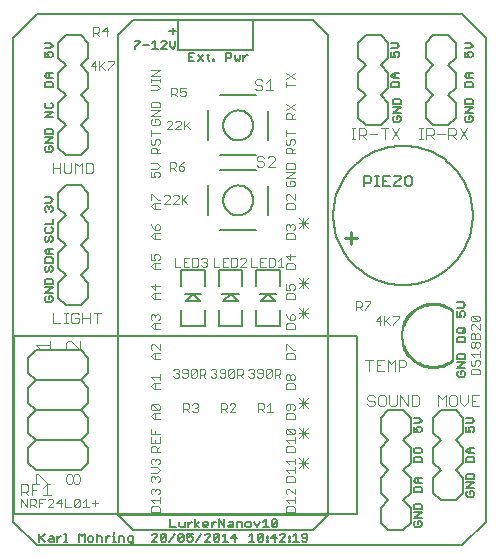
<source format=gto>
G75*
G70*
%OFA0B0*%
%FSLAX24Y24*%
%IPPOS*%
%LPD*%
%AMOC8*
5,1,8,0,0,1.08239X$1,22.5*
%
%ADD10C,0.0080*%
%ADD11C,0.0050*%
%ADD12C,0.0060*%
%ADD13C,0.0110*%
%ADD14C,0.0030*%
%ADD15C,0.0040*%
%ADD16C,0.0010*%
D10*
X000400Y000987D02*
X001187Y000200D01*
X015361Y000200D01*
X016148Y000987D01*
X016148Y017129D01*
X015361Y017917D01*
X001187Y017917D01*
X000400Y017129D01*
X000400Y000987D01*
X003900Y001200D02*
X004400Y000700D01*
X010400Y000700D01*
X010900Y001200D01*
X010900Y017200D01*
X010400Y017700D01*
X004400Y017700D01*
X003900Y017200D01*
X003900Y001200D01*
X006006Y007505D02*
X006794Y007505D01*
X006794Y008056D01*
X006636Y008332D02*
X006400Y008568D01*
X006164Y008332D01*
X006636Y008332D01*
X006676Y008568D02*
X006400Y008568D01*
X006124Y008568D01*
X006006Y008844D02*
X006006Y009395D01*
X006794Y009395D01*
X006794Y008844D01*
X007256Y008844D02*
X007256Y009395D01*
X008044Y009395D01*
X008044Y008844D01*
X007926Y008568D02*
X007650Y008568D01*
X007886Y008332D01*
X007414Y008332D01*
X007650Y008568D01*
X007374Y008568D01*
X007256Y008056D02*
X007256Y007505D01*
X008044Y007505D01*
X008044Y008056D01*
X008506Y008056D02*
X008506Y007505D01*
X009294Y007505D01*
X009294Y008056D01*
X009136Y008332D02*
X008900Y008568D01*
X008664Y008332D01*
X009136Y008332D01*
X009176Y008568D02*
X008900Y008568D01*
X008624Y008568D01*
X008506Y008844D02*
X008506Y009395D01*
X009294Y009395D01*
X009294Y008844D01*
X008506Y010700D02*
X007294Y010700D01*
X006900Y011212D02*
X006900Y012200D01*
X007294Y012700D02*
X008506Y012700D01*
X008506Y013200D02*
X007294Y013200D01*
X006900Y013712D02*
X006900Y014700D01*
X007294Y015200D02*
X008506Y015200D01*
X008900Y014688D02*
X008900Y013712D01*
X007400Y014200D02*
X007402Y014244D01*
X007408Y014288D01*
X007418Y014331D01*
X007431Y014373D01*
X007448Y014414D01*
X007469Y014453D01*
X007493Y014490D01*
X007520Y014525D01*
X007550Y014557D01*
X007583Y014587D01*
X007619Y014613D01*
X007656Y014637D01*
X007696Y014656D01*
X007737Y014673D01*
X007780Y014685D01*
X007823Y014694D01*
X007867Y014699D01*
X007911Y014700D01*
X007955Y014697D01*
X007999Y014690D01*
X008042Y014679D01*
X008084Y014665D01*
X008124Y014647D01*
X008163Y014625D01*
X008199Y014601D01*
X008233Y014573D01*
X008265Y014542D01*
X008294Y014508D01*
X008320Y014472D01*
X008342Y014434D01*
X008361Y014394D01*
X008376Y014352D01*
X008388Y014310D01*
X008396Y014266D01*
X008400Y014222D01*
X008400Y014178D01*
X008396Y014134D01*
X008388Y014090D01*
X008376Y014048D01*
X008361Y014006D01*
X008342Y013966D01*
X008320Y013928D01*
X008294Y013892D01*
X008265Y013858D01*
X008233Y013827D01*
X008199Y013799D01*
X008163Y013775D01*
X008124Y013753D01*
X008084Y013735D01*
X008042Y013721D01*
X007999Y013710D01*
X007955Y013703D01*
X007911Y013700D01*
X007867Y013701D01*
X007823Y013706D01*
X007780Y013715D01*
X007737Y013727D01*
X007696Y013744D01*
X007656Y013763D01*
X007619Y013787D01*
X007583Y013813D01*
X007550Y013843D01*
X007520Y013875D01*
X007493Y013910D01*
X007469Y013947D01*
X007448Y013986D01*
X007431Y014027D01*
X007418Y014069D01*
X007408Y014112D01*
X007402Y014156D01*
X007400Y014200D01*
X008900Y012188D02*
X008900Y011212D01*
X007400Y011700D02*
X007402Y011744D01*
X007408Y011788D01*
X007418Y011831D01*
X007431Y011873D01*
X007448Y011914D01*
X007469Y011953D01*
X007493Y011990D01*
X007520Y012025D01*
X007550Y012057D01*
X007583Y012087D01*
X007619Y012113D01*
X007656Y012137D01*
X007696Y012156D01*
X007737Y012173D01*
X007780Y012185D01*
X007823Y012194D01*
X007867Y012199D01*
X007911Y012200D01*
X007955Y012197D01*
X007999Y012190D01*
X008042Y012179D01*
X008084Y012165D01*
X008124Y012147D01*
X008163Y012125D01*
X008199Y012101D01*
X008233Y012073D01*
X008265Y012042D01*
X008294Y012008D01*
X008320Y011972D01*
X008342Y011934D01*
X008361Y011894D01*
X008376Y011852D01*
X008388Y011810D01*
X008396Y011766D01*
X008400Y011722D01*
X008400Y011678D01*
X008396Y011634D01*
X008388Y011590D01*
X008376Y011548D01*
X008361Y011506D01*
X008342Y011466D01*
X008320Y011428D01*
X008294Y011392D01*
X008265Y011358D01*
X008233Y011327D01*
X008199Y011299D01*
X008163Y011275D01*
X008124Y011253D01*
X008084Y011235D01*
X008042Y011221D01*
X007999Y011210D01*
X007955Y011203D01*
X007911Y011200D01*
X007867Y011201D01*
X007823Y011206D01*
X007780Y011215D01*
X007737Y011227D01*
X007696Y011244D01*
X007656Y011263D01*
X007619Y011287D01*
X007583Y011313D01*
X007550Y011343D01*
X007520Y011375D01*
X007493Y011410D01*
X007469Y011447D01*
X007448Y011486D01*
X007431Y011527D01*
X007418Y011569D01*
X007408Y011612D01*
X007402Y011656D01*
X007400Y011700D01*
X006006Y008056D02*
X006006Y007505D01*
X002900Y008450D02*
X002900Y008950D01*
X002650Y009200D01*
X002900Y009450D01*
X002900Y009950D01*
X002650Y010200D01*
X002900Y010450D01*
X002900Y010950D01*
X002650Y011200D01*
X002900Y011450D01*
X002900Y011950D01*
X002650Y012200D01*
X002150Y012200D01*
X001900Y011950D01*
X001900Y011450D01*
X002150Y011200D01*
X001900Y010950D01*
X001900Y010450D01*
X002150Y010200D01*
X001900Y009950D01*
X001900Y009450D01*
X002150Y009200D01*
X001900Y008950D01*
X001900Y008450D01*
X002150Y008200D01*
X002650Y008200D01*
X002900Y008450D01*
X002650Y013200D02*
X002150Y013200D01*
X001900Y013450D01*
X001900Y013950D01*
X002150Y014200D01*
X001900Y014450D01*
X001900Y014950D01*
X002150Y015200D01*
X001900Y015450D01*
X001900Y015950D01*
X002150Y016200D01*
X001900Y016450D01*
X001900Y016950D01*
X002150Y017200D01*
X002650Y017200D01*
X002900Y016950D01*
X002900Y016450D01*
X002650Y016200D01*
X002900Y015950D01*
X002900Y015450D01*
X002650Y015200D01*
X002900Y014950D01*
X002900Y014450D01*
X002650Y014200D01*
X002900Y013950D01*
X002900Y013450D01*
X002650Y013200D01*
X011900Y014450D02*
X012150Y014200D01*
X012650Y014200D01*
X012900Y014450D01*
X012900Y014950D01*
X012650Y015200D01*
X012900Y015450D01*
X012900Y015950D01*
X012650Y016200D01*
X012900Y016450D01*
X012900Y016950D01*
X012650Y017200D01*
X012150Y017200D01*
X011900Y016950D01*
X011900Y016450D01*
X012150Y016200D01*
X011900Y015950D01*
X011900Y015450D01*
X012150Y015200D01*
X011900Y014950D01*
X011900Y014450D01*
X014150Y014450D02*
X014400Y014200D01*
X014900Y014200D01*
X015150Y014450D01*
X015150Y014950D01*
X014900Y015200D01*
X015150Y015450D01*
X015150Y015950D01*
X014900Y016200D01*
X015150Y016450D01*
X015150Y016950D01*
X014900Y017200D01*
X014400Y017200D01*
X014150Y016950D01*
X014150Y016450D01*
X014400Y016200D01*
X014150Y015950D01*
X014150Y015450D01*
X014400Y015200D01*
X014150Y014950D01*
X014150Y014450D01*
X011077Y011200D02*
X011080Y011314D01*
X011088Y011428D01*
X011102Y011541D01*
X011122Y011653D01*
X011147Y011764D01*
X011177Y011874D01*
X011213Y011983D01*
X011254Y012089D01*
X011300Y012193D01*
X011351Y012295D01*
X011407Y012394D01*
X011468Y012491D01*
X011534Y012584D01*
X011604Y012674D01*
X011679Y012760D01*
X011757Y012843D01*
X011840Y012921D01*
X011926Y012996D01*
X012016Y013066D01*
X012109Y013132D01*
X012206Y013193D01*
X012305Y013249D01*
X012407Y013300D01*
X012511Y013346D01*
X012617Y013387D01*
X012726Y013423D01*
X012836Y013453D01*
X012947Y013478D01*
X013059Y013498D01*
X013172Y013512D01*
X013286Y013520D01*
X013400Y013523D01*
X013514Y013520D01*
X013628Y013512D01*
X013741Y013498D01*
X013853Y013478D01*
X013964Y013453D01*
X014074Y013423D01*
X014183Y013387D01*
X014289Y013346D01*
X014393Y013300D01*
X014495Y013249D01*
X014594Y013193D01*
X014691Y013132D01*
X014784Y013066D01*
X014874Y012996D01*
X014960Y012921D01*
X015043Y012843D01*
X015121Y012760D01*
X015196Y012674D01*
X015266Y012584D01*
X015332Y012491D01*
X015393Y012394D01*
X015449Y012295D01*
X015500Y012193D01*
X015546Y012089D01*
X015587Y011983D01*
X015623Y011874D01*
X015653Y011764D01*
X015678Y011653D01*
X015698Y011541D01*
X015712Y011428D01*
X015720Y011314D01*
X015723Y011200D01*
X015720Y011086D01*
X015712Y010972D01*
X015698Y010859D01*
X015678Y010747D01*
X015653Y010636D01*
X015623Y010526D01*
X015587Y010417D01*
X015546Y010311D01*
X015500Y010207D01*
X015449Y010105D01*
X015393Y010006D01*
X015332Y009909D01*
X015266Y009816D01*
X015196Y009726D01*
X015121Y009640D01*
X015043Y009557D01*
X014960Y009479D01*
X014874Y009404D01*
X014784Y009334D01*
X014691Y009268D01*
X014594Y009207D01*
X014495Y009151D01*
X014393Y009100D01*
X014289Y009054D01*
X014183Y009013D01*
X014074Y008977D01*
X013964Y008947D01*
X013853Y008922D01*
X013741Y008902D01*
X013628Y008888D01*
X013514Y008880D01*
X013400Y008877D01*
X013286Y008880D01*
X013172Y008888D01*
X013059Y008902D01*
X012947Y008922D01*
X012836Y008947D01*
X012726Y008977D01*
X012617Y009013D01*
X012511Y009054D01*
X012407Y009100D01*
X012305Y009151D01*
X012206Y009207D01*
X012109Y009268D01*
X012016Y009334D01*
X011926Y009404D01*
X011840Y009479D01*
X011757Y009557D01*
X011679Y009640D01*
X011604Y009726D01*
X011534Y009816D01*
X011468Y009909D01*
X011407Y010006D01*
X011351Y010105D01*
X011300Y010207D01*
X011254Y010311D01*
X011213Y010417D01*
X011177Y010526D01*
X011147Y010636D01*
X011122Y010747D01*
X011102Y010859D01*
X011088Y010972D01*
X011080Y011086D01*
X011077Y011200D01*
X013400Y007450D02*
X013388Y007384D01*
X013379Y007318D01*
X013374Y007252D01*
X013373Y007185D01*
X013376Y007118D01*
X013383Y007052D01*
X013393Y006986D01*
X013407Y006921D01*
X013425Y006856D01*
X013447Y006793D01*
X013473Y006731D01*
X013501Y006671D01*
X013534Y006613D01*
X013569Y006556D01*
X013608Y006502D01*
X013650Y006450D01*
X013400Y007450D02*
X013416Y007511D01*
X013434Y007571D01*
X013456Y007629D01*
X013481Y007687D01*
X013509Y007743D01*
X013540Y007798D01*
X013574Y007850D01*
X013611Y007901D01*
X013650Y007950D01*
X013400Y007450D02*
X013388Y007388D01*
X013380Y007326D01*
X013375Y007263D01*
X013373Y007200D01*
X013375Y007137D01*
X013380Y007074D01*
X013388Y007012D01*
X013400Y006950D01*
X015050Y006375D02*
X015050Y008025D01*
X015150Y004700D02*
X014650Y004700D01*
X014400Y004450D01*
X014400Y003950D01*
X014650Y003700D01*
X014400Y003450D01*
X014400Y002950D01*
X014650Y002700D01*
X014400Y002450D01*
X014400Y001950D01*
X014650Y001700D01*
X015150Y001700D01*
X015400Y001950D01*
X015400Y002450D01*
X015150Y002700D01*
X015400Y002950D01*
X015400Y003450D01*
X015150Y003700D01*
X015400Y003950D01*
X015400Y004450D01*
X015150Y004700D01*
X013650Y004450D02*
X013650Y003950D01*
X013400Y003700D01*
X013650Y003450D01*
X013650Y002950D01*
X013400Y002700D01*
X013650Y002450D01*
X013650Y001950D01*
X013400Y001700D01*
X013650Y001450D01*
X013650Y000950D01*
X013400Y000700D01*
X012900Y000700D01*
X012650Y000950D01*
X012650Y001450D01*
X012900Y001700D01*
X012650Y001950D01*
X012650Y002450D01*
X012900Y002700D01*
X012650Y002950D01*
X012650Y003450D01*
X012900Y003700D01*
X012650Y003950D01*
X012650Y004450D01*
X012900Y004700D01*
X013400Y004700D01*
X013650Y004450D01*
D11*
X013755Y004450D02*
X013935Y004450D01*
X014025Y004360D01*
X013935Y004270D01*
X013755Y004270D01*
X013755Y004155D02*
X013755Y003975D01*
X013890Y003975D01*
X013845Y004065D01*
X013845Y004110D01*
X013890Y004155D01*
X013980Y004155D01*
X014025Y004110D01*
X014025Y004020D01*
X013980Y003975D01*
X013980Y003450D02*
X013800Y003450D01*
X013755Y003405D01*
X013755Y003315D01*
X013800Y003270D01*
X013980Y003270D01*
X014025Y003315D01*
X014025Y003405D01*
X013980Y003450D01*
X013980Y003155D02*
X013800Y003155D01*
X013755Y003110D01*
X013755Y002975D01*
X014025Y002975D01*
X014025Y003110D01*
X013980Y003155D01*
X014025Y002450D02*
X013845Y002450D01*
X013755Y002360D01*
X013845Y002270D01*
X014025Y002270D01*
X013980Y002155D02*
X013800Y002155D01*
X013755Y002110D01*
X013755Y001975D01*
X014025Y001975D01*
X014025Y002110D01*
X013980Y002155D01*
X013890Y002270D02*
X013890Y002450D01*
X013980Y001594D02*
X013800Y001594D01*
X013755Y001549D01*
X013755Y001414D01*
X014025Y001414D01*
X014025Y001549D01*
X013980Y001594D01*
X014025Y001300D02*
X013755Y001300D01*
X013755Y001120D02*
X014025Y001300D01*
X014025Y001120D02*
X013755Y001120D01*
X013800Y001005D02*
X013755Y000960D01*
X013755Y000870D01*
X013800Y000825D01*
X013980Y000825D01*
X014025Y000870D01*
X014025Y000960D01*
X013980Y001005D01*
X013890Y001005D01*
X013890Y000915D01*
X015505Y001870D02*
X015550Y001825D01*
X015730Y001825D01*
X015775Y001870D01*
X015775Y001960D01*
X015730Y002005D01*
X015640Y002005D01*
X015640Y001915D01*
X015550Y002005D02*
X015505Y001960D01*
X015505Y001870D01*
X015505Y002120D02*
X015775Y002300D01*
X015505Y002300D01*
X015505Y002414D02*
X015505Y002549D01*
X015550Y002594D01*
X015730Y002594D01*
X015775Y002549D01*
X015775Y002414D01*
X015505Y002414D01*
X015505Y002120D02*
X015775Y002120D01*
X015775Y002975D02*
X015505Y002975D01*
X015505Y003110D01*
X015550Y003155D01*
X015730Y003155D01*
X015775Y003110D01*
X015775Y002975D01*
X015775Y003270D02*
X015595Y003270D01*
X015505Y003360D01*
X015595Y003450D01*
X015775Y003450D01*
X015640Y003450D02*
X015640Y003270D01*
X015640Y003975D02*
X015505Y003975D01*
X015505Y004155D01*
X015595Y004110D02*
X015640Y004155D01*
X015730Y004155D01*
X015775Y004110D01*
X015775Y004020D01*
X015730Y003975D01*
X015640Y003975D02*
X015595Y004065D01*
X015595Y004110D01*
X015505Y004270D02*
X015685Y004270D01*
X015775Y004360D01*
X015685Y004450D01*
X015505Y004450D01*
X015430Y005825D02*
X015250Y005825D01*
X015205Y005870D01*
X015205Y005960D01*
X015250Y006005D01*
X015340Y006005D02*
X015340Y005915D01*
X015340Y006005D02*
X015430Y006005D01*
X015475Y005960D01*
X015475Y005870D01*
X015430Y005825D01*
X015475Y006120D02*
X015205Y006120D01*
X015475Y006300D01*
X015205Y006300D01*
X015205Y006414D02*
X015205Y006549D01*
X015250Y006594D01*
X015430Y006594D01*
X015475Y006549D01*
X015475Y006414D01*
X015205Y006414D01*
X015205Y006975D02*
X015205Y007110D01*
X015250Y007155D01*
X015430Y007155D01*
X015475Y007110D01*
X015475Y006975D01*
X015205Y006975D01*
X015250Y007270D02*
X015205Y007315D01*
X015205Y007405D01*
X015250Y007450D01*
X015430Y007450D01*
X015475Y007405D01*
X015475Y007315D01*
X015430Y007270D01*
X015250Y007270D01*
X015385Y007360D02*
X015475Y007450D01*
X015430Y007825D02*
X015475Y007870D01*
X015475Y007960D01*
X015430Y008005D01*
X015340Y008005D01*
X015295Y007960D01*
X015295Y007915D01*
X015340Y007825D01*
X015205Y007825D01*
X015205Y008005D01*
X015205Y008120D02*
X015385Y008120D01*
X015475Y008210D01*
X015385Y008300D01*
X015205Y008300D01*
X011849Y007169D02*
X000431Y007169D01*
X000431Y001263D01*
X011849Y001263D01*
X011849Y007169D01*
X010900Y001200D02*
X003900Y001200D01*
X003775Y000640D02*
X003775Y000595D01*
X003775Y000505D02*
X003775Y000325D01*
X003730Y000325D02*
X003821Y000325D01*
X003927Y000325D02*
X003927Y000505D01*
X004062Y000505D01*
X004107Y000460D01*
X004107Y000325D01*
X004222Y000370D02*
X004267Y000325D01*
X004402Y000325D01*
X004402Y000280D02*
X004402Y000505D01*
X004267Y000505D01*
X004222Y000460D01*
X004222Y000370D01*
X004312Y000235D02*
X004357Y000235D01*
X004402Y000280D01*
X005025Y000325D02*
X005205Y000505D01*
X005205Y000550D01*
X005160Y000595D01*
X005070Y000595D01*
X005025Y000550D01*
X005025Y000325D02*
X005205Y000325D01*
X005320Y000370D02*
X005500Y000550D01*
X005500Y000370D01*
X005455Y000325D01*
X005365Y000325D01*
X005320Y000370D01*
X005320Y000550D01*
X005365Y000595D01*
X005455Y000595D01*
X005500Y000550D01*
X005642Y000805D02*
X005822Y000805D01*
X005937Y000850D02*
X005982Y000805D01*
X006117Y000805D01*
X006117Y000985D01*
X006231Y000985D02*
X006231Y000805D01*
X006231Y000895D02*
X006321Y000985D01*
X006366Y000985D01*
X006477Y000895D02*
X006612Y000985D01*
X006722Y000940D02*
X006722Y000850D01*
X006767Y000805D01*
X006857Y000805D01*
X006902Y000895D02*
X006722Y000895D01*
X006722Y000940D02*
X006767Y000985D01*
X006857Y000985D01*
X006902Y000940D01*
X006902Y000895D01*
X007017Y000895D02*
X007107Y000985D01*
X007152Y000985D01*
X007017Y000985D02*
X007017Y000805D01*
X006928Y000595D02*
X006838Y000595D01*
X006793Y000550D01*
X006678Y000595D02*
X006498Y000325D01*
X006384Y000370D02*
X006339Y000325D01*
X006249Y000325D01*
X006204Y000370D01*
X006204Y000460D02*
X006294Y000505D01*
X006339Y000505D01*
X006384Y000460D01*
X006384Y000370D01*
X006204Y000460D02*
X006204Y000595D01*
X006384Y000595D01*
X006477Y000805D02*
X006477Y001075D01*
X006477Y000895D02*
X006612Y000805D01*
X006928Y000595D02*
X006973Y000550D01*
X006973Y000505D01*
X006793Y000325D01*
X006973Y000325D01*
X007088Y000370D02*
X007268Y000550D01*
X007268Y000370D01*
X007223Y000325D01*
X007133Y000325D01*
X007088Y000370D01*
X007088Y000550D01*
X007133Y000595D01*
X007223Y000595D01*
X007268Y000550D01*
X007382Y000505D02*
X007472Y000595D01*
X007472Y000325D01*
X007382Y000325D02*
X007562Y000325D01*
X007677Y000460D02*
X007857Y000460D01*
X007812Y000325D02*
X007812Y000595D01*
X007677Y000460D01*
X007737Y000805D02*
X007602Y000805D01*
X007557Y000850D01*
X007602Y000895D01*
X007737Y000895D01*
X007737Y000940D02*
X007737Y000805D01*
X007852Y000805D02*
X007852Y000985D01*
X007987Y000985D01*
X008032Y000940D01*
X008032Y000805D01*
X008146Y000850D02*
X008146Y000940D01*
X008191Y000985D01*
X008282Y000985D01*
X008327Y000940D01*
X008327Y000850D01*
X008282Y000805D01*
X008191Y000805D01*
X008146Y000850D01*
X008356Y000595D02*
X008356Y000325D01*
X008266Y000325D02*
X008446Y000325D01*
X008561Y000370D02*
X008606Y000325D01*
X008696Y000325D01*
X008741Y000370D01*
X008741Y000550D01*
X008561Y000370D01*
X008561Y000550D01*
X008606Y000595D01*
X008696Y000595D01*
X008741Y000550D01*
X008855Y000505D02*
X008855Y000460D01*
X008901Y000460D01*
X008901Y000505D01*
X008855Y000505D01*
X008855Y000370D02*
X008855Y000325D01*
X008901Y000325D01*
X008901Y000370D01*
X008855Y000370D01*
X009003Y000460D02*
X009183Y000460D01*
X009138Y000325D02*
X009138Y000595D01*
X009003Y000460D01*
X009297Y000550D02*
X009342Y000595D01*
X009433Y000595D01*
X009478Y000550D01*
X009478Y000505D01*
X009297Y000325D01*
X009478Y000325D01*
X009592Y000325D02*
X009592Y000370D01*
X009637Y000370D01*
X009637Y000325D01*
X009592Y000325D01*
X009592Y000460D02*
X009592Y000505D01*
X009637Y000505D01*
X009637Y000460D01*
X009592Y000460D01*
X009739Y000505D02*
X009830Y000595D01*
X009830Y000325D01*
X009920Y000325D02*
X009739Y000325D01*
X010034Y000370D02*
X010079Y000325D01*
X010169Y000325D01*
X010214Y000370D01*
X010214Y000550D01*
X010169Y000595D01*
X010079Y000595D01*
X010034Y000550D01*
X010034Y000505D01*
X010079Y000460D01*
X010214Y000460D01*
X009211Y000850D02*
X009165Y000805D01*
X009075Y000805D01*
X009030Y000850D01*
X009211Y001030D01*
X009211Y000850D01*
X009211Y001030D02*
X009165Y001075D01*
X009075Y001075D01*
X009030Y001030D01*
X009030Y000850D01*
X008916Y000805D02*
X008736Y000805D01*
X008826Y000805D02*
X008826Y001075D01*
X008736Y000985D01*
X008621Y000985D02*
X008531Y000805D01*
X008441Y000985D01*
X008356Y000595D02*
X008266Y000505D01*
X007737Y000940D02*
X007692Y000985D01*
X007602Y000985D01*
X007443Y001075D02*
X007443Y000805D01*
X007262Y001075D01*
X007262Y000805D01*
X006089Y000550D02*
X006089Y000370D01*
X006044Y000325D01*
X005954Y000325D01*
X005909Y000370D01*
X006089Y000550D01*
X006044Y000595D01*
X005954Y000595D01*
X005909Y000550D01*
X005909Y000370D01*
X005794Y000595D02*
X005614Y000325D01*
X005642Y000805D02*
X005642Y001075D01*
X005937Y000985D02*
X005937Y000850D01*
X003775Y000505D02*
X003730Y000505D01*
X003620Y000505D02*
X003575Y000505D01*
X003485Y000415D01*
X003485Y000325D02*
X003485Y000505D01*
X003370Y000460D02*
X003370Y000325D01*
X003370Y000460D02*
X003325Y000505D01*
X003235Y000505D01*
X003190Y000460D01*
X003076Y000460D02*
X003031Y000505D01*
X002941Y000505D01*
X002896Y000460D01*
X002896Y000370D01*
X002941Y000325D01*
X003031Y000325D01*
X003076Y000370D01*
X003076Y000460D01*
X003190Y000595D02*
X003190Y000325D01*
X002781Y000325D02*
X002781Y000595D01*
X002691Y000505D01*
X002601Y000595D01*
X002601Y000325D01*
X002200Y000325D02*
X002110Y000325D01*
X002155Y000325D02*
X002155Y000595D01*
X002110Y000595D01*
X001999Y000505D02*
X001954Y000505D01*
X001864Y000415D01*
X001864Y000325D02*
X001864Y000505D01*
X001750Y000460D02*
X001750Y000325D01*
X001615Y000325D01*
X001570Y000370D01*
X001615Y000415D01*
X001750Y000415D01*
X001750Y000460D02*
X001705Y000505D01*
X001615Y000505D01*
X001455Y000595D02*
X001275Y000415D01*
X001320Y000460D02*
X001455Y000325D01*
X001275Y000325D02*
X001275Y000595D01*
X001150Y002700D02*
X000900Y002950D01*
X000900Y003450D01*
X001150Y003700D01*
X002650Y003700D01*
X002900Y003450D01*
X002900Y002950D01*
X002650Y002700D01*
X001150Y002700D01*
X001150Y003700D02*
X000900Y003950D01*
X000900Y004450D01*
X001150Y004700D01*
X002650Y004700D01*
X002900Y004450D01*
X002900Y003950D01*
X002650Y003700D01*
X002650Y004700D02*
X002900Y004950D01*
X002900Y005450D01*
X002650Y005700D01*
X001150Y005700D01*
X000900Y005450D01*
X000900Y004950D01*
X001150Y004700D01*
X001150Y005700D02*
X000900Y005950D01*
X000900Y006450D01*
X001150Y006700D01*
X002650Y006700D01*
X002900Y006450D01*
X002900Y005950D01*
X002650Y005700D01*
X001680Y008325D02*
X001500Y008325D01*
X001455Y008370D01*
X001455Y008460D01*
X001500Y008505D01*
X001590Y008505D02*
X001590Y008415D01*
X001590Y008505D02*
X001680Y008505D01*
X001725Y008460D01*
X001725Y008370D01*
X001680Y008325D01*
X001725Y008620D02*
X001455Y008620D01*
X001725Y008800D01*
X001455Y008800D01*
X001455Y008914D02*
X001455Y009049D01*
X001500Y009094D01*
X001680Y009094D01*
X001725Y009049D01*
X001725Y008914D01*
X001455Y008914D01*
X001500Y009325D02*
X001455Y009370D01*
X001455Y009460D01*
X001500Y009505D01*
X001590Y009460D02*
X001635Y009505D01*
X001680Y009505D01*
X001725Y009460D01*
X001725Y009370D01*
X001680Y009325D01*
X001590Y009370D02*
X001590Y009460D01*
X001590Y009370D02*
X001545Y009325D01*
X001500Y009325D01*
X001455Y009620D02*
X001455Y009755D01*
X001500Y009800D01*
X001680Y009800D01*
X001725Y009755D01*
X001725Y009620D01*
X001455Y009620D01*
X001545Y009914D02*
X001455Y010004D01*
X001545Y010094D01*
X001725Y010094D01*
X001590Y010094D02*
X001590Y009914D01*
X001545Y009914D02*
X001725Y009914D01*
X001680Y010325D02*
X001725Y010370D01*
X001725Y010460D01*
X001680Y010505D01*
X001635Y010505D01*
X001590Y010460D01*
X001590Y010370D01*
X001545Y010325D01*
X001500Y010325D01*
X001455Y010370D01*
X001455Y010460D01*
X001500Y010505D01*
X001500Y010620D02*
X001680Y010620D01*
X001725Y010665D01*
X001725Y010755D01*
X001680Y010800D01*
X001725Y010914D02*
X001725Y011094D01*
X001725Y010914D02*
X001455Y010914D01*
X001500Y010800D02*
X001455Y010755D01*
X001455Y010665D01*
X001500Y010620D01*
X001500Y011325D02*
X001455Y011370D01*
X001455Y011460D01*
X001500Y011505D01*
X001545Y011505D01*
X001590Y011460D01*
X001635Y011505D01*
X001680Y011505D01*
X001725Y011460D01*
X001725Y011370D01*
X001680Y011325D01*
X001590Y011415D02*
X001590Y011460D01*
X001635Y011620D02*
X001455Y011620D01*
X001455Y011800D02*
X001635Y011800D01*
X001725Y011710D01*
X001635Y011620D01*
X001680Y013325D02*
X001500Y013325D01*
X001455Y013370D01*
X001455Y013460D01*
X001500Y013505D01*
X001590Y013505D02*
X001590Y013415D01*
X001590Y013505D02*
X001680Y013505D01*
X001725Y013460D01*
X001725Y013370D01*
X001680Y013325D01*
X001725Y013620D02*
X001455Y013620D01*
X001725Y013800D01*
X001455Y013800D01*
X001455Y013914D02*
X001455Y014049D01*
X001500Y014094D01*
X001680Y014094D01*
X001725Y014049D01*
X001725Y013914D01*
X001455Y013914D01*
X001455Y014475D02*
X001725Y014655D01*
X001455Y014655D01*
X001500Y014770D02*
X001455Y014815D01*
X001455Y014905D01*
X001500Y014950D01*
X001680Y014950D02*
X001725Y014905D01*
X001725Y014815D01*
X001680Y014770D01*
X001500Y014770D01*
X001455Y014475D02*
X001725Y014475D01*
X001725Y015475D02*
X001455Y015475D01*
X001455Y015610D01*
X001500Y015655D01*
X001680Y015655D01*
X001725Y015610D01*
X001725Y015475D01*
X001725Y015770D02*
X001545Y015770D01*
X001455Y015860D01*
X001545Y015950D01*
X001725Y015950D01*
X001590Y015950D02*
X001590Y015770D01*
X001590Y016475D02*
X001455Y016475D01*
X001455Y016655D01*
X001545Y016610D02*
X001590Y016655D01*
X001680Y016655D01*
X001725Y016610D01*
X001725Y016520D01*
X001680Y016475D01*
X001590Y016475D02*
X001545Y016565D01*
X001545Y016610D01*
X001455Y016770D02*
X001635Y016770D01*
X001725Y016860D01*
X001635Y016950D01*
X001455Y016950D01*
X004452Y017025D02*
X004632Y017025D01*
X004632Y016980D01*
X004452Y016800D01*
X004452Y016755D01*
X004746Y016890D02*
X004927Y016890D01*
X005041Y016935D02*
X005131Y017025D01*
X005131Y016755D01*
X005041Y016755D02*
X005221Y016755D01*
X005336Y016755D02*
X005516Y016935D01*
X005516Y016980D01*
X005471Y017025D01*
X005381Y017025D01*
X005336Y016980D01*
X005336Y016755D02*
X005516Y016755D01*
X005630Y016845D02*
X005720Y016755D01*
X005811Y016845D01*
X005811Y017025D01*
X005630Y017025D02*
X005630Y016845D01*
X005900Y016700D02*
X008400Y016700D01*
X008400Y017700D01*
X005900Y017700D01*
X005900Y016700D01*
X006262Y016625D02*
X006262Y016355D01*
X006443Y016355D01*
X006557Y016355D02*
X006737Y016535D01*
X006852Y016535D02*
X006942Y016535D01*
X006897Y016580D02*
X006897Y016400D01*
X006942Y016355D01*
X007048Y016355D02*
X007093Y016355D01*
X007093Y016400D01*
X007048Y016400D01*
X007048Y016355D01*
X006737Y016355D02*
X006557Y016535D01*
X006443Y016625D02*
X006262Y016625D01*
X006262Y016490D02*
X006353Y016490D01*
X007490Y016445D02*
X007625Y016445D01*
X007670Y016490D01*
X007670Y016580D01*
X007625Y016625D01*
X007490Y016625D01*
X007490Y016355D01*
X007785Y016400D02*
X007830Y016355D01*
X007875Y016400D01*
X007920Y016355D01*
X007965Y016400D01*
X007965Y016535D01*
X008079Y016535D02*
X008079Y016355D01*
X008079Y016445D02*
X008170Y016535D01*
X008215Y016535D01*
X007785Y016535D02*
X007785Y016400D01*
X013005Y016475D02*
X013140Y016475D01*
X013095Y016565D01*
X013095Y016610D01*
X013140Y016655D01*
X013230Y016655D01*
X013275Y016610D01*
X013275Y016520D01*
X013230Y016475D01*
X013005Y016475D02*
X013005Y016655D01*
X013005Y016770D02*
X013185Y016770D01*
X013275Y016860D01*
X013185Y016950D01*
X013005Y016950D01*
X013095Y015950D02*
X013275Y015950D01*
X013140Y015950D02*
X013140Y015770D01*
X013095Y015770D02*
X013005Y015860D01*
X013095Y015950D01*
X013095Y015770D02*
X013275Y015770D01*
X013230Y015655D02*
X013050Y015655D01*
X013005Y015610D01*
X013005Y015475D01*
X013275Y015475D01*
X013275Y015610D01*
X013230Y015655D01*
X013280Y015094D02*
X013100Y015094D01*
X013055Y015049D01*
X013055Y014914D01*
X013325Y014914D01*
X013325Y015049D01*
X013280Y015094D01*
X013325Y014800D02*
X013055Y014800D01*
X013055Y014620D02*
X013325Y014800D01*
X013325Y014620D02*
X013055Y014620D01*
X013100Y014505D02*
X013055Y014460D01*
X013055Y014370D01*
X013100Y014325D01*
X013280Y014325D01*
X013325Y014370D01*
X013325Y014460D01*
X013280Y014505D01*
X013190Y014505D01*
X013190Y014415D01*
X015455Y014370D02*
X015500Y014325D01*
X015680Y014325D01*
X015725Y014370D01*
X015725Y014460D01*
X015680Y014505D01*
X015590Y014505D01*
X015590Y014415D01*
X015500Y014505D02*
X015455Y014460D01*
X015455Y014370D01*
X015455Y014620D02*
X015725Y014800D01*
X015455Y014800D01*
X015455Y014914D02*
X015455Y015049D01*
X015500Y015094D01*
X015680Y015094D01*
X015725Y015049D01*
X015725Y014914D01*
X015455Y014914D01*
X015455Y014620D02*
X015725Y014620D01*
X015725Y015475D02*
X015455Y015475D01*
X015455Y015610D01*
X015500Y015655D01*
X015680Y015655D01*
X015725Y015610D01*
X015725Y015475D01*
X015725Y015770D02*
X015545Y015770D01*
X015455Y015860D01*
X015545Y015950D01*
X015725Y015950D01*
X015590Y015950D02*
X015590Y015770D01*
X015590Y016475D02*
X015545Y016565D01*
X015545Y016610D01*
X015590Y016655D01*
X015680Y016655D01*
X015725Y016610D01*
X015725Y016520D01*
X015680Y016475D01*
X015590Y016475D02*
X015455Y016475D01*
X015455Y016655D01*
X015455Y016770D02*
X015635Y016770D01*
X015725Y016860D01*
X015635Y016950D01*
X015455Y016950D01*
D12*
X013632Y012520D02*
X013518Y012520D01*
X013462Y012464D01*
X013462Y012237D01*
X013518Y012180D01*
X013632Y012180D01*
X013689Y012237D01*
X013689Y012464D01*
X013632Y012520D01*
X013320Y012520D02*
X013320Y012464D01*
X013093Y012237D01*
X013093Y012180D01*
X013320Y012180D01*
X013320Y012520D02*
X013093Y012520D01*
X012952Y012520D02*
X012725Y012520D01*
X012725Y012180D01*
X012952Y012180D01*
X012838Y012350D02*
X012725Y012350D01*
X012593Y012180D02*
X012480Y012180D01*
X012536Y012180D02*
X012536Y012520D01*
X012480Y012520D02*
X012593Y012520D01*
X012338Y012464D02*
X012338Y012350D01*
X012281Y012293D01*
X012111Y012293D01*
X012111Y012180D02*
X012111Y012520D01*
X012281Y012520D01*
X012338Y012464D01*
X005839Y017350D02*
X005612Y017350D01*
X005725Y017237D02*
X005725Y017464D01*
D13*
X011657Y010647D02*
X011657Y010253D01*
X011460Y010450D02*
X011854Y010450D01*
D14*
X011826Y008335D02*
X011971Y008335D01*
X012019Y008287D01*
X012019Y008190D01*
X011971Y008142D01*
X011826Y008142D01*
X011922Y008142D02*
X012019Y008045D01*
X012120Y008045D02*
X012120Y008093D01*
X012314Y008287D01*
X012314Y008335D01*
X012120Y008335D01*
X011826Y008335D02*
X011826Y008045D01*
X012481Y007690D02*
X012675Y007690D01*
X012776Y007642D02*
X012969Y007835D01*
X013070Y007835D02*
X013264Y007835D01*
X013264Y007787D01*
X013070Y007593D01*
X013070Y007545D01*
X012969Y007545D02*
X012824Y007690D01*
X012776Y007835D02*
X012776Y007545D01*
X012626Y007545D02*
X012626Y007835D01*
X012481Y007690D01*
X009785Y007758D02*
X009785Y007855D01*
X009737Y007903D01*
X009688Y007903D01*
X009640Y007855D01*
X009640Y007710D01*
X009737Y007710D01*
X009785Y007758D01*
X009640Y007710D02*
X009543Y007806D01*
X009495Y007903D01*
X009543Y007608D02*
X009495Y007560D01*
X009495Y007415D01*
X009785Y007415D01*
X009785Y007560D01*
X009737Y007608D01*
X009543Y007608D01*
X009543Y006903D02*
X009737Y006710D01*
X009785Y006710D01*
X009737Y006608D02*
X009543Y006608D01*
X009495Y006560D01*
X009495Y006415D01*
X009785Y006415D01*
X009785Y006560D01*
X009737Y006608D01*
X009495Y006710D02*
X009495Y006903D01*
X009543Y006903D01*
X009265Y006085D02*
X009314Y006037D01*
X009314Y005940D01*
X009265Y005892D01*
X009120Y005892D01*
X009120Y005795D02*
X009120Y006085D01*
X009265Y006085D01*
X009217Y005892D02*
X009314Y005795D01*
X009495Y005758D02*
X009495Y005855D01*
X009543Y005903D01*
X009592Y005903D01*
X009640Y005855D01*
X009640Y005758D01*
X009592Y005710D01*
X009543Y005710D01*
X009495Y005758D01*
X009640Y005758D02*
X009688Y005710D01*
X009737Y005710D01*
X009785Y005758D01*
X009785Y005855D01*
X009737Y005903D01*
X009688Y005903D01*
X009640Y005855D01*
X009737Y005608D02*
X009543Y005608D01*
X009495Y005560D01*
X009495Y005415D01*
X009785Y005415D01*
X009785Y005560D01*
X009737Y005608D01*
X009737Y004903D02*
X009543Y004903D01*
X009495Y004855D01*
X009495Y004758D01*
X009543Y004710D01*
X009592Y004710D01*
X009640Y004758D01*
X009640Y004903D01*
X009737Y004903D02*
X009785Y004855D01*
X009785Y004758D01*
X009737Y004710D01*
X009737Y004608D02*
X009543Y004608D01*
X009495Y004560D01*
X009495Y004415D01*
X009785Y004415D01*
X009785Y004560D01*
X009737Y004608D01*
X009737Y004098D02*
X009543Y004098D01*
X009737Y003904D01*
X009785Y003953D01*
X009785Y004049D01*
X009737Y004098D01*
X009737Y003904D02*
X009543Y003904D01*
X009495Y003953D01*
X009495Y004049D01*
X009543Y004098D01*
X009785Y003803D02*
X009785Y003610D01*
X009785Y003706D02*
X009495Y003706D01*
X009592Y003610D01*
X009543Y003508D02*
X009495Y003460D01*
X009495Y003315D01*
X009785Y003315D01*
X009785Y003460D01*
X009737Y003508D01*
X009543Y003508D01*
X009785Y003098D02*
X009785Y002904D01*
X009785Y003001D02*
X009495Y003001D01*
X009592Y002904D01*
X009785Y002803D02*
X009785Y002610D01*
X009785Y002706D02*
X009495Y002706D01*
X009592Y002610D01*
X009543Y002508D02*
X009495Y002460D01*
X009495Y002315D01*
X009785Y002315D01*
X009785Y002460D01*
X009737Y002508D01*
X009543Y002508D01*
X009543Y002098D02*
X009495Y002049D01*
X009495Y001953D01*
X009543Y001904D01*
X009543Y002098D02*
X009592Y002098D01*
X009785Y001904D01*
X009785Y002098D01*
X009785Y001803D02*
X009785Y001610D01*
X009785Y001706D02*
X009495Y001706D01*
X009592Y001610D01*
X009543Y001508D02*
X009495Y001460D01*
X009495Y001315D01*
X009785Y001315D01*
X009785Y001460D01*
X009737Y001508D01*
X009543Y001508D01*
X009064Y004645D02*
X008870Y004645D01*
X008967Y004645D02*
X008967Y004935D01*
X008870Y004838D01*
X008769Y004790D02*
X008721Y004742D01*
X008576Y004742D01*
X008672Y004742D02*
X008769Y004645D01*
X008769Y004790D02*
X008769Y004887D01*
X008721Y004935D01*
X008576Y004935D01*
X008576Y004645D01*
X007814Y004645D02*
X007620Y004645D01*
X007814Y004838D01*
X007814Y004887D01*
X007765Y004935D01*
X007669Y004935D01*
X007620Y004887D01*
X007519Y004887D02*
X007519Y004790D01*
X007471Y004742D01*
X007326Y004742D01*
X007422Y004742D02*
X007519Y004645D01*
X007326Y004645D02*
X007326Y004935D01*
X007471Y004935D01*
X007519Y004887D01*
X007426Y005795D02*
X007475Y005843D01*
X007475Y006037D01*
X007426Y006085D01*
X007329Y006085D01*
X007281Y006037D01*
X007281Y005988D01*
X007329Y005940D01*
X007475Y005940D01*
X007576Y005843D02*
X007769Y006037D01*
X007769Y005843D01*
X007721Y005795D01*
X007624Y005795D01*
X007576Y005843D01*
X007576Y006037D01*
X007624Y006085D01*
X007721Y006085D01*
X007769Y006037D01*
X007870Y006085D02*
X007870Y005795D01*
X007870Y005892D02*
X008015Y005892D01*
X008064Y005940D01*
X008064Y006037D01*
X008015Y006085D01*
X007870Y006085D01*
X007967Y005892D02*
X008064Y005795D01*
X008236Y005843D02*
X008285Y005795D01*
X008382Y005795D01*
X008430Y005843D01*
X008430Y005892D01*
X008382Y005940D01*
X008333Y005940D01*
X008382Y005940D02*
X008430Y005988D01*
X008430Y006037D01*
X008382Y006085D01*
X008285Y006085D01*
X008236Y006037D01*
X008531Y006037D02*
X008531Y005988D01*
X008579Y005940D01*
X008725Y005940D01*
X008725Y005843D02*
X008725Y006037D01*
X008676Y006085D01*
X008579Y006085D01*
X008531Y006037D01*
X008531Y005843D02*
X008579Y005795D01*
X008676Y005795D01*
X008725Y005843D01*
X008826Y005843D02*
X008826Y006037D01*
X008874Y006085D01*
X008971Y006085D01*
X009019Y006037D01*
X008826Y005843D01*
X008874Y005795D01*
X008971Y005795D01*
X009019Y005843D01*
X009019Y006037D01*
X007426Y005795D02*
X007329Y005795D01*
X007281Y005843D01*
X007180Y005843D02*
X007132Y005795D01*
X007035Y005795D01*
X006986Y005843D01*
X007083Y005940D02*
X007132Y005940D01*
X007180Y005892D01*
X007180Y005843D01*
X007132Y005940D02*
X007180Y005988D01*
X007180Y006037D01*
X007132Y006085D01*
X007035Y006085D01*
X006986Y006037D01*
X006814Y006037D02*
X006814Y005940D01*
X006765Y005892D01*
X006620Y005892D01*
X006620Y005795D02*
X006620Y006085D01*
X006765Y006085D01*
X006814Y006037D01*
X006717Y005892D02*
X006814Y005795D01*
X006519Y005843D02*
X006471Y005795D01*
X006374Y005795D01*
X006326Y005843D01*
X006519Y006037D01*
X006519Y005843D01*
X006326Y005843D02*
X006326Y006037D01*
X006374Y006085D01*
X006471Y006085D01*
X006519Y006037D01*
X006225Y006037D02*
X006225Y005843D01*
X006176Y005795D01*
X006079Y005795D01*
X006031Y005843D01*
X005930Y005843D02*
X005882Y005795D01*
X005785Y005795D01*
X005736Y005843D01*
X005833Y005940D02*
X005882Y005940D01*
X005930Y005892D01*
X005930Y005843D01*
X005882Y005940D02*
X005930Y005988D01*
X005930Y006037D01*
X005882Y006085D01*
X005785Y006085D01*
X005736Y006037D01*
X006031Y006037D02*
X006031Y005988D01*
X006079Y005940D01*
X006225Y005940D01*
X006225Y006037D02*
X006176Y006085D01*
X006079Y006085D01*
X006031Y006037D01*
X005285Y005903D02*
X005285Y005710D01*
X005285Y005806D02*
X004995Y005806D01*
X005092Y005710D01*
X005092Y005608D02*
X005285Y005608D01*
X005140Y005608D02*
X005140Y005415D01*
X005092Y005415D02*
X005285Y005415D01*
X005092Y005415D02*
X004995Y005512D01*
X005092Y005608D01*
X005043Y004903D02*
X005237Y004710D01*
X005285Y004758D01*
X005285Y004855D01*
X005237Y004903D01*
X005043Y004903D01*
X004995Y004855D01*
X004995Y004758D01*
X005043Y004710D01*
X005237Y004710D01*
X005285Y004608D02*
X005092Y004608D01*
X004995Y004512D01*
X005092Y004415D01*
X005285Y004415D01*
X005140Y004415D02*
X005140Y004608D01*
X004995Y004098D02*
X004995Y003904D01*
X005285Y003904D01*
X005285Y003803D02*
X005285Y003610D01*
X004995Y003610D01*
X004995Y003803D01*
X005140Y003706D02*
X005140Y003610D01*
X005140Y003508D02*
X005188Y003460D01*
X005188Y003315D01*
X005188Y003412D02*
X005285Y003508D01*
X005140Y003508D02*
X005043Y003508D01*
X004995Y003460D01*
X004995Y003315D01*
X005285Y003315D01*
X005237Y003098D02*
X005285Y003049D01*
X005285Y002953D01*
X005237Y002904D01*
X005188Y002803D02*
X004995Y002803D01*
X005043Y002904D02*
X004995Y002953D01*
X004995Y003049D01*
X005043Y003098D01*
X005092Y003098D01*
X005140Y003049D01*
X005188Y003098D01*
X005237Y003098D01*
X005140Y003049D02*
X005140Y003001D01*
X005188Y002803D02*
X005285Y002706D01*
X005188Y002610D01*
X004995Y002610D01*
X005043Y002508D02*
X005092Y002508D01*
X005140Y002460D01*
X005188Y002508D01*
X005237Y002508D01*
X005285Y002460D01*
X005285Y002363D01*
X005237Y002315D01*
X005140Y002412D02*
X005140Y002460D01*
X005043Y002508D02*
X004995Y002460D01*
X004995Y002363D01*
X005043Y002315D01*
X005043Y002098D02*
X005092Y002098D01*
X005140Y002049D01*
X005188Y002098D01*
X005237Y002098D01*
X005285Y002049D01*
X005285Y001953D01*
X005237Y001904D01*
X005285Y001803D02*
X005285Y001610D01*
X005285Y001706D02*
X004995Y001706D01*
X005092Y001610D01*
X005043Y001508D02*
X004995Y001460D01*
X004995Y001315D01*
X005285Y001315D01*
X005285Y001460D01*
X005237Y001508D01*
X005043Y001508D01*
X005043Y001904D02*
X004995Y001953D01*
X004995Y002049D01*
X005043Y002098D01*
X005140Y002049D02*
X005140Y002001D01*
X005140Y003904D02*
X005140Y004001D01*
X006076Y004645D02*
X006076Y004935D01*
X006221Y004935D01*
X006269Y004887D01*
X006269Y004790D01*
X006221Y004742D01*
X006076Y004742D01*
X006172Y004742D02*
X006269Y004645D01*
X006370Y004693D02*
X006419Y004645D01*
X006515Y004645D01*
X006564Y004693D01*
X006564Y004742D01*
X006515Y004790D01*
X006467Y004790D01*
X006515Y004790D02*
X006564Y004838D01*
X006564Y004887D01*
X006515Y004935D01*
X006419Y004935D01*
X006370Y004887D01*
X005285Y006415D02*
X005092Y006415D01*
X004995Y006512D01*
X005092Y006608D01*
X005285Y006608D01*
X005285Y006710D02*
X005092Y006903D01*
X005043Y006903D01*
X004995Y006855D01*
X004995Y006758D01*
X005043Y006710D01*
X005140Y006608D02*
X005140Y006415D01*
X005285Y006710D02*
X005285Y006903D01*
X005285Y007415D02*
X005092Y007415D01*
X004995Y007512D01*
X005092Y007608D01*
X005285Y007608D01*
X005237Y007710D02*
X005285Y007758D01*
X005285Y007855D01*
X005237Y007903D01*
X005188Y007903D01*
X005140Y007855D01*
X005140Y007806D01*
X005140Y007855D02*
X005092Y007903D01*
X005043Y007903D01*
X004995Y007855D01*
X004995Y007758D01*
X005043Y007710D01*
X005140Y007608D02*
X005140Y007415D01*
X005140Y008415D02*
X005140Y008608D01*
X005092Y008608D02*
X005285Y008608D01*
X005140Y008710D02*
X004995Y008855D01*
X005285Y008855D01*
X005140Y008903D02*
X005140Y008710D01*
X005092Y008608D02*
X004995Y008512D01*
X005092Y008415D01*
X005285Y008415D01*
X005285Y009415D02*
X005092Y009415D01*
X004995Y009512D01*
X005092Y009608D01*
X005285Y009608D01*
X005237Y009710D02*
X005285Y009758D01*
X005285Y009855D01*
X005237Y009903D01*
X005140Y009903D01*
X005092Y009855D01*
X005092Y009806D01*
X005140Y009710D01*
X004995Y009710D01*
X004995Y009903D01*
X005140Y009608D02*
X005140Y009415D01*
X005786Y009495D02*
X005980Y009495D01*
X006081Y009495D02*
X006275Y009495D01*
X006376Y009495D02*
X006521Y009495D01*
X006569Y009543D01*
X006569Y009737D01*
X006521Y009785D01*
X006376Y009785D01*
X006376Y009495D01*
X006178Y009640D02*
X006081Y009640D01*
X006081Y009785D02*
X006081Y009495D01*
X006081Y009785D02*
X006275Y009785D01*
X006670Y009737D02*
X006719Y009785D01*
X006815Y009785D01*
X006864Y009737D01*
X006864Y009688D01*
X006815Y009640D01*
X006864Y009592D01*
X006864Y009543D01*
X006815Y009495D01*
X006719Y009495D01*
X006670Y009543D01*
X006767Y009640D02*
X006815Y009640D01*
X007086Y009495D02*
X007280Y009495D01*
X007381Y009495D02*
X007575Y009495D01*
X007676Y009495D02*
X007821Y009495D01*
X007869Y009543D01*
X007869Y009737D01*
X007821Y009785D01*
X007676Y009785D01*
X007676Y009495D01*
X007478Y009640D02*
X007381Y009640D01*
X007381Y009785D02*
X007381Y009495D01*
X007381Y009785D02*
X007575Y009785D01*
X007970Y009737D02*
X008019Y009785D01*
X008115Y009785D01*
X008164Y009737D01*
X008164Y009688D01*
X007970Y009495D01*
X008164Y009495D01*
X008336Y009495D02*
X008530Y009495D01*
X008631Y009495D02*
X008825Y009495D01*
X008926Y009495D02*
X009071Y009495D01*
X009119Y009543D01*
X009119Y009737D01*
X009071Y009785D01*
X008926Y009785D01*
X008926Y009495D01*
X008728Y009640D02*
X008631Y009640D01*
X008631Y009785D02*
X008631Y009495D01*
X008631Y009785D02*
X008825Y009785D01*
X009220Y009688D02*
X009317Y009785D01*
X009317Y009495D01*
X009220Y009495D02*
X009414Y009495D01*
X009495Y009560D02*
X009543Y009608D01*
X009737Y009608D01*
X009785Y009560D01*
X009785Y009415D01*
X009495Y009415D01*
X009495Y009560D01*
X009640Y009710D02*
X009640Y009903D01*
X009785Y009855D02*
X009495Y009855D01*
X009640Y009710D01*
X009495Y010415D02*
X009785Y010415D01*
X009785Y010560D01*
X009737Y010608D01*
X009543Y010608D01*
X009495Y010560D01*
X009495Y010415D01*
X009543Y010710D02*
X009495Y010758D01*
X009495Y010855D01*
X009543Y010903D01*
X009592Y010903D01*
X009640Y010855D01*
X009688Y010903D01*
X009737Y010903D01*
X009785Y010855D01*
X009785Y010758D01*
X009737Y010710D01*
X009640Y010806D02*
X009640Y010855D01*
X009495Y011415D02*
X009785Y011415D01*
X009785Y011560D01*
X009737Y011608D01*
X009543Y011608D01*
X009495Y011560D01*
X009495Y011415D01*
X009543Y011710D02*
X009495Y011758D01*
X009495Y011855D01*
X009543Y011903D01*
X009592Y011903D01*
X009785Y011710D01*
X009785Y011903D01*
X009737Y012165D02*
X009543Y012165D01*
X009495Y012213D01*
X009495Y012310D01*
X009543Y012358D01*
X009640Y012358D02*
X009640Y012262D01*
X009640Y012358D02*
X009737Y012358D01*
X009785Y012310D01*
X009785Y012213D01*
X009737Y012165D01*
X009785Y012460D02*
X009495Y012460D01*
X009785Y012653D01*
X009495Y012653D01*
X009495Y012754D02*
X009495Y012899D01*
X009543Y012948D01*
X009737Y012948D01*
X009785Y012899D01*
X009785Y012754D01*
X009495Y012754D01*
X009130Y012815D02*
X008883Y012815D01*
X009130Y013062D01*
X009130Y013124D01*
X009068Y013185D01*
X008945Y013185D01*
X008883Y013124D01*
X008762Y013124D02*
X008700Y013185D01*
X008577Y013185D01*
X008515Y013124D01*
X008515Y013062D01*
X008577Y013000D01*
X008700Y013000D01*
X008762Y012938D01*
X008762Y012877D01*
X008700Y012815D01*
X008577Y012815D01*
X008515Y012877D01*
X009495Y013265D02*
X009495Y013410D01*
X009543Y013458D01*
X009640Y013458D01*
X009688Y013410D01*
X009688Y013265D01*
X009688Y013362D02*
X009785Y013458D01*
X009737Y013560D02*
X009785Y013608D01*
X009785Y013705D01*
X009737Y013753D01*
X009688Y013753D01*
X009640Y013705D01*
X009640Y013608D01*
X009592Y013560D01*
X009543Y013560D01*
X009495Y013608D01*
X009495Y013705D01*
X009543Y013753D01*
X009495Y013854D02*
X009495Y014048D01*
X009495Y013951D02*
X009785Y013951D01*
X009785Y014415D02*
X009495Y014415D01*
X009495Y014560D01*
X009543Y014608D01*
X009640Y014608D01*
X009688Y014560D01*
X009688Y014415D01*
X009688Y014512D02*
X009785Y014608D01*
X009785Y014710D02*
X009495Y014903D01*
X009495Y014710D02*
X009785Y014903D01*
X009495Y015465D02*
X009495Y015658D01*
X009495Y015562D02*
X009785Y015562D01*
X009785Y015760D02*
X009495Y015953D01*
X009495Y015760D02*
X009785Y015953D01*
X008957Y015735D02*
X008957Y015365D01*
X009080Y015365D02*
X008833Y015365D01*
X008712Y015427D02*
X008650Y015365D01*
X008527Y015365D01*
X008465Y015427D01*
X008527Y015550D02*
X008650Y015550D01*
X008712Y015488D01*
X008712Y015427D01*
X008833Y015612D02*
X008957Y015735D01*
X008712Y015674D02*
X008650Y015735D01*
X008527Y015735D01*
X008465Y015674D01*
X008465Y015612D01*
X008527Y015550D01*
X009495Y013265D02*
X009785Y013265D01*
X008336Y009785D02*
X008336Y009495D01*
X009495Y008903D02*
X009495Y008710D01*
X009640Y008710D01*
X009592Y008806D01*
X009592Y008855D01*
X009640Y008903D01*
X009737Y008903D01*
X009785Y008855D01*
X009785Y008758D01*
X009737Y008710D01*
X009737Y008608D02*
X009543Y008608D01*
X009495Y008560D01*
X009495Y008415D01*
X009785Y008415D01*
X009785Y008560D01*
X009737Y008608D01*
X007086Y009495D02*
X007086Y009785D01*
X005786Y009785D02*
X005786Y009495D01*
X005285Y010415D02*
X005092Y010415D01*
X004995Y010512D01*
X005092Y010608D01*
X005285Y010608D01*
X005237Y010710D02*
X005285Y010758D01*
X005285Y010855D01*
X005237Y010903D01*
X005188Y010903D01*
X005140Y010855D01*
X005140Y010710D01*
X005237Y010710D01*
X005140Y010710D02*
X005043Y010806D01*
X004995Y010903D01*
X005140Y010608D02*
X005140Y010415D01*
X005140Y011415D02*
X005140Y011608D01*
X005092Y011608D02*
X005285Y011608D01*
X005285Y011710D02*
X005237Y011710D01*
X005043Y011903D01*
X004995Y011903D01*
X004995Y011710D01*
X005092Y011608D02*
X004995Y011512D01*
X005092Y011415D01*
X005285Y011415D01*
X005431Y011595D02*
X005625Y011788D01*
X005625Y011837D01*
X005576Y011885D01*
X005479Y011885D01*
X005431Y011837D01*
X005431Y011595D02*
X005625Y011595D01*
X005726Y011595D02*
X005919Y011788D01*
X005919Y011837D01*
X005871Y011885D01*
X005774Y011885D01*
X005726Y011837D01*
X005726Y011595D02*
X005919Y011595D01*
X006020Y011595D02*
X006020Y011885D01*
X006069Y011740D02*
X006214Y011595D01*
X006020Y011692D02*
X006214Y011885D01*
X006065Y012695D02*
X006114Y012743D01*
X006114Y012792D01*
X006065Y012840D01*
X005920Y012840D01*
X005920Y012743D01*
X005969Y012695D01*
X006065Y012695D01*
X005920Y012840D02*
X006017Y012937D01*
X006114Y012985D01*
X005819Y012937D02*
X005819Y012840D01*
X005771Y012792D01*
X005626Y012792D01*
X005722Y012792D02*
X005819Y012695D01*
X005819Y012937D02*
X005771Y012985D01*
X005626Y012985D01*
X005626Y012695D01*
X005285Y012610D02*
X005285Y012513D01*
X005237Y012465D01*
X005140Y012465D02*
X005092Y012562D01*
X005092Y012610D01*
X005140Y012658D01*
X005237Y012658D01*
X005285Y012610D01*
X005188Y012760D02*
X004995Y012760D01*
X004995Y012658D02*
X004995Y012465D01*
X005140Y012465D01*
X005188Y012760D02*
X005285Y012856D01*
X005188Y012953D01*
X004995Y012953D01*
X004995Y013265D02*
X004995Y013410D01*
X005043Y013458D01*
X005140Y013458D01*
X005188Y013410D01*
X005188Y013265D01*
X005188Y013362D02*
X005285Y013458D01*
X005237Y013560D02*
X005285Y013608D01*
X005285Y013705D01*
X005237Y013753D01*
X005188Y013753D01*
X005140Y013705D01*
X005140Y013608D01*
X005092Y013560D01*
X005043Y013560D01*
X004995Y013608D01*
X004995Y013705D01*
X005043Y013753D01*
X004995Y013854D02*
X004995Y014048D01*
X004995Y013951D02*
X005285Y013951D01*
X005237Y014215D02*
X005043Y014215D01*
X004995Y014263D01*
X004995Y014360D01*
X005043Y014408D01*
X005140Y014408D02*
X005140Y014312D01*
X005140Y014408D02*
X005237Y014408D01*
X005285Y014360D01*
X005285Y014263D01*
X005237Y014215D01*
X005515Y014307D02*
X005563Y014355D01*
X005660Y014355D01*
X005708Y014307D01*
X005708Y014258D01*
X005515Y014065D01*
X005708Y014065D01*
X005810Y014065D02*
X006003Y014258D01*
X006003Y014307D01*
X005955Y014355D01*
X005858Y014355D01*
X005810Y014307D01*
X006104Y014355D02*
X006104Y014065D01*
X006104Y014162D02*
X006298Y014355D01*
X006153Y014210D02*
X006298Y014065D01*
X006003Y014065D02*
X005810Y014065D01*
X005285Y014510D02*
X004995Y014510D01*
X005285Y014703D01*
X004995Y014703D01*
X004995Y014804D02*
X004995Y014949D01*
X005043Y014998D01*
X005237Y014998D01*
X005285Y014949D01*
X005285Y014804D01*
X004995Y014804D01*
X004995Y015365D02*
X005188Y015365D01*
X005285Y015462D01*
X005188Y015558D01*
X004995Y015558D01*
X004995Y015660D02*
X004995Y015756D01*
X004995Y015708D02*
X005285Y015708D01*
X005285Y015660D02*
X005285Y015756D01*
X005285Y015856D02*
X004995Y015856D01*
X005285Y016050D01*
X004995Y016050D01*
X005665Y015455D02*
X005810Y015455D01*
X005858Y015407D01*
X005858Y015310D01*
X005810Y015262D01*
X005665Y015262D01*
X005762Y015262D02*
X005858Y015165D01*
X005960Y015213D02*
X006008Y015165D01*
X006105Y015165D01*
X006153Y015213D01*
X006153Y015310D01*
X006105Y015358D01*
X006056Y015358D01*
X005960Y015310D01*
X005960Y015455D01*
X006153Y015455D01*
X005665Y015455D02*
X005665Y015165D01*
X005285Y013265D02*
X004995Y013265D01*
X003570Y016045D02*
X003570Y016093D01*
X003764Y016287D01*
X003764Y016335D01*
X003570Y016335D01*
X003469Y016335D02*
X003276Y016142D01*
X003324Y016190D02*
X003469Y016045D01*
X003276Y016045D02*
X003276Y016335D01*
X003126Y016335D02*
X002981Y016190D01*
X003175Y016190D01*
X003126Y016045D02*
X003126Y016335D01*
X003076Y017195D02*
X003076Y017485D01*
X003221Y017485D01*
X003269Y017437D01*
X003269Y017340D01*
X003221Y017292D01*
X003076Y017292D01*
X003172Y017292D02*
X003269Y017195D01*
X003370Y017340D02*
X003564Y017340D01*
X003515Y017195D02*
X003515Y017485D01*
X003370Y017340D01*
X015665Y007815D02*
X015665Y007719D01*
X015713Y007670D01*
X015907Y007670D01*
X015713Y007864D01*
X015907Y007864D01*
X015955Y007815D01*
X015955Y007719D01*
X015907Y007670D01*
X015955Y007569D02*
X015955Y007376D01*
X015762Y007569D01*
X015713Y007569D01*
X015665Y007521D01*
X015665Y007424D01*
X015713Y007376D01*
X015713Y007275D02*
X015762Y007275D01*
X015810Y007226D01*
X015810Y007081D01*
X015858Y006980D02*
X015907Y006980D01*
X015955Y006932D01*
X015955Y006835D01*
X015907Y006786D01*
X015858Y006786D01*
X015810Y006835D01*
X015810Y006932D01*
X015858Y006980D01*
X015810Y006932D02*
X015762Y006980D01*
X015713Y006980D01*
X015665Y006932D01*
X015665Y006835D01*
X015713Y006786D01*
X015762Y006786D01*
X015810Y006835D01*
X015955Y006685D02*
X015955Y006492D01*
X015955Y006588D02*
X015665Y006588D01*
X015762Y006492D01*
X015713Y006391D02*
X015665Y006342D01*
X015665Y006245D01*
X015713Y006197D01*
X015762Y006197D01*
X015810Y006245D01*
X015810Y006342D01*
X015858Y006391D01*
X015907Y006391D01*
X015955Y006342D01*
X015955Y006245D01*
X015907Y006197D01*
X015907Y006096D02*
X015713Y006096D01*
X015665Y006048D01*
X015665Y005902D01*
X015955Y005902D01*
X015955Y006048D01*
X015907Y006096D01*
X015955Y007081D02*
X015665Y007081D01*
X015665Y007226D01*
X015713Y007275D01*
X015810Y007226D02*
X015858Y007275D01*
X015907Y007275D01*
X015955Y007226D01*
X015955Y007081D01*
X015665Y007815D02*
X015713Y007864D01*
X003216Y001610D02*
X003022Y001610D01*
X003119Y001707D02*
X003119Y001513D01*
X002921Y001465D02*
X002728Y001465D01*
X002824Y001465D02*
X002824Y001755D01*
X002728Y001658D01*
X002626Y001707D02*
X002626Y001513D01*
X002578Y001465D01*
X002481Y001465D01*
X002433Y001513D01*
X002626Y001707D01*
X002578Y001755D01*
X002481Y001755D01*
X002433Y001707D01*
X002433Y001513D01*
X002332Y001465D02*
X002138Y001465D01*
X002138Y001755D01*
X001989Y001755D02*
X001844Y001610D01*
X002037Y001610D01*
X001989Y001465D02*
X001989Y001755D01*
X001742Y001707D02*
X001694Y001755D01*
X001597Y001755D01*
X001549Y001707D01*
X001448Y001755D02*
X001254Y001755D01*
X001254Y001465D01*
X001153Y001465D02*
X001056Y001562D01*
X001105Y001562D02*
X000960Y001562D01*
X000960Y001465D02*
X000960Y001755D01*
X001105Y001755D01*
X001153Y001707D01*
X001153Y001610D01*
X001105Y001562D01*
X001254Y001610D02*
X001351Y001610D01*
X001549Y001465D02*
X001742Y001658D01*
X001742Y001707D01*
X001649Y001865D02*
X001402Y001865D01*
X001525Y001865D02*
X001525Y002235D01*
X001402Y002112D01*
X001280Y002235D02*
X001033Y002235D01*
X001033Y001865D01*
X000912Y001865D02*
X000788Y001988D01*
X000850Y001988D02*
X000665Y001988D01*
X000665Y001865D02*
X000665Y002235D01*
X000850Y002235D01*
X000912Y002174D01*
X000912Y002050D01*
X000850Y001988D01*
X001033Y002050D02*
X001157Y002050D01*
X000858Y001755D02*
X000858Y001465D01*
X000665Y001755D01*
X000665Y001465D01*
X001549Y001465D02*
X001742Y001465D01*
D15*
X001630Y002260D02*
X001553Y002260D01*
X001246Y002567D01*
X001170Y002567D01*
X001170Y002260D01*
X002170Y002336D02*
X002170Y002490D01*
X002246Y002567D01*
X002323Y002567D01*
X002400Y002490D01*
X002400Y002336D01*
X002323Y002260D01*
X002246Y002260D01*
X002170Y002336D01*
X002400Y002336D02*
X002477Y002260D01*
X002553Y002260D01*
X002630Y002336D01*
X002630Y002490D01*
X002553Y002567D01*
X002477Y002567D01*
X002400Y002490D01*
X002246Y006720D02*
X002170Y006797D01*
X002170Y006950D01*
X002246Y007027D01*
X002323Y007027D01*
X002630Y006720D01*
X002630Y007027D01*
X002713Y007600D02*
X002713Y007960D01*
X002585Y007900D02*
X002525Y007960D01*
X002405Y007960D01*
X002345Y007900D01*
X002345Y007660D01*
X002405Y007600D01*
X002525Y007600D01*
X002585Y007660D01*
X002585Y007780D01*
X002465Y007780D01*
X002220Y007600D02*
X002100Y007600D01*
X002160Y007600D02*
X002160Y007960D01*
X002100Y007960D02*
X002220Y007960D01*
X001971Y007600D02*
X001731Y007600D01*
X001731Y007960D01*
X001630Y007027D02*
X001630Y006720D01*
X001630Y006873D02*
X001170Y006873D01*
X001323Y006720D01*
X002713Y007780D02*
X002954Y007780D01*
X002954Y007960D02*
X002954Y007600D01*
X003202Y007600D02*
X003202Y007960D01*
X003082Y007960D02*
X003322Y007960D01*
X003012Y012600D02*
X002832Y012600D01*
X002832Y012960D01*
X003012Y012960D01*
X003072Y012900D01*
X003072Y012660D01*
X003012Y012600D01*
X002704Y012600D02*
X002704Y012960D01*
X002583Y012840D01*
X002463Y012960D01*
X002463Y012600D01*
X002335Y012660D02*
X002335Y012960D01*
X002095Y012960D02*
X002095Y012660D01*
X002155Y012600D01*
X002275Y012600D01*
X002335Y012660D01*
X001967Y012600D02*
X001967Y012960D01*
X001967Y012780D02*
X001727Y012780D01*
X001727Y012600D02*
X001727Y012960D01*
X009920Y011104D02*
X010227Y010797D01*
X010227Y010950D02*
X009920Y010950D01*
X009920Y010797D02*
X010227Y011104D01*
X010073Y011104D02*
X010073Y010797D01*
X010073Y009104D02*
X010073Y008797D01*
X009920Y008797D02*
X010227Y009104D01*
X010227Y008950D02*
X009920Y008950D01*
X009920Y009104D02*
X010227Y008797D01*
X010227Y008104D02*
X009920Y007797D01*
X009920Y007950D02*
X010227Y007950D01*
X010227Y007797D02*
X009920Y008104D01*
X010073Y008104D02*
X010073Y007797D01*
X012147Y006380D02*
X012387Y006380D01*
X012267Y006380D02*
X012267Y006020D01*
X012515Y006020D02*
X012755Y006020D01*
X012883Y006020D02*
X012883Y006380D01*
X013003Y006260D01*
X013124Y006380D01*
X013124Y006020D01*
X013252Y006020D02*
X013252Y006380D01*
X013432Y006380D01*
X013492Y006320D01*
X013492Y006200D01*
X013432Y006140D01*
X013252Y006140D01*
X012755Y006380D02*
X012515Y006380D01*
X012515Y006020D01*
X012515Y006200D02*
X012635Y006200D01*
X012637Y005210D02*
X012577Y005150D01*
X012577Y004910D01*
X012637Y004850D01*
X012757Y004850D01*
X012817Y004910D01*
X012817Y005150D01*
X012757Y005210D01*
X012637Y005210D01*
X012449Y005150D02*
X012389Y005210D01*
X012268Y005210D01*
X012208Y005150D01*
X012208Y005090D01*
X012268Y005030D01*
X012389Y005030D01*
X012449Y004970D01*
X012449Y004910D01*
X012389Y004850D01*
X012268Y004850D01*
X012208Y004910D01*
X012945Y004910D02*
X013005Y004850D01*
X013125Y004850D01*
X013185Y004910D01*
X013185Y005210D01*
X013313Y005210D02*
X013554Y004850D01*
X013554Y005210D01*
X013682Y005210D02*
X013862Y005210D01*
X013922Y005150D01*
X013922Y004910D01*
X013862Y004850D01*
X013682Y004850D01*
X013682Y005210D01*
X013313Y005210D02*
X013313Y004850D01*
X012945Y004910D02*
X012945Y005210D01*
X014577Y005210D02*
X014577Y004850D01*
X014817Y004850D02*
X014817Y005210D01*
X014697Y005090D01*
X014577Y005210D01*
X014945Y005150D02*
X014945Y004910D01*
X015005Y004850D01*
X015125Y004850D01*
X015185Y004910D01*
X015185Y005150D01*
X015125Y005210D01*
X015005Y005210D01*
X014945Y005150D01*
X015313Y005210D02*
X015313Y004970D01*
X015433Y004850D01*
X015554Y004970D01*
X015554Y005210D01*
X015682Y005210D02*
X015682Y004850D01*
X015922Y004850D01*
X015802Y005030D02*
X015682Y005030D01*
X015682Y005210D02*
X015922Y005210D01*
X010227Y005104D02*
X009920Y004797D01*
X009920Y004950D02*
X010227Y004950D01*
X010227Y004797D02*
X009920Y005104D01*
X010073Y005104D02*
X010073Y004797D01*
X010073Y004104D02*
X010073Y003797D01*
X009920Y003797D02*
X010227Y004104D01*
X010227Y003950D02*
X009920Y003950D01*
X009920Y004104D02*
X010227Y003797D01*
X010227Y003104D02*
X009920Y002797D01*
X009920Y002950D02*
X010227Y002950D01*
X010227Y002797D02*
X009920Y003104D01*
X010073Y003104D02*
X010073Y002797D01*
X011681Y013750D02*
X011801Y013750D01*
X011741Y013750D02*
X011741Y014110D01*
X011681Y014110D02*
X011801Y014110D01*
X011927Y014110D02*
X012107Y014110D01*
X012167Y014050D01*
X012167Y013930D01*
X012107Y013870D01*
X011927Y013870D01*
X012047Y013870D02*
X012167Y013750D01*
X012295Y013930D02*
X012535Y013930D01*
X012663Y014110D02*
X012904Y014110D01*
X012783Y014110D02*
X012783Y013750D01*
X013032Y013750D02*
X013272Y014110D01*
X013032Y014110D02*
X013272Y013750D01*
X013931Y013750D02*
X014051Y013750D01*
X013991Y013750D02*
X013991Y014110D01*
X013931Y014110D02*
X014051Y014110D01*
X014177Y014110D02*
X014357Y014110D01*
X014417Y014050D01*
X014417Y013930D01*
X014357Y013870D01*
X014177Y013870D01*
X014297Y013870D02*
X014417Y013750D01*
X014545Y013930D02*
X014785Y013930D01*
X014913Y013870D02*
X015094Y013870D01*
X015154Y013930D01*
X015154Y014050D01*
X015094Y014110D01*
X014913Y014110D01*
X014913Y013750D01*
X015033Y013870D02*
X015154Y013750D01*
X015282Y013750D02*
X015522Y014110D01*
X015282Y014110D02*
X015522Y013750D01*
X014177Y013750D02*
X014177Y014110D01*
X011927Y014110D02*
X011927Y013750D01*
D16*
X013365Y006876D02*
X013432Y006896D01*
X013452Y006838D01*
X013475Y006782D01*
X013502Y006727D01*
X013532Y006674D01*
X013566Y006622D01*
X013602Y006573D01*
X013641Y006526D01*
X013683Y006482D01*
X013728Y006440D01*
X013775Y006400D01*
X013824Y006364D01*
X013875Y006331D01*
X013929Y006301D01*
X013984Y006274D01*
X014040Y006251D01*
X014098Y006231D01*
X014157Y006215D01*
X014217Y006202D01*
X014277Y006192D01*
X014338Y006187D01*
X014399Y006185D01*
X014461Y006187D01*
X014522Y006192D01*
X014582Y006201D01*
X014642Y006214D01*
X014701Y006231D01*
X014759Y006250D01*
X014815Y006274D01*
X014870Y006301D01*
X014924Y006330D01*
X014975Y006364D01*
X015024Y006400D01*
X015067Y006345D01*
X015068Y006345D01*
X015015Y006306D01*
X014960Y006271D01*
X014903Y006239D01*
X014844Y006210D01*
X014784Y006185D01*
X014722Y006164D01*
X014659Y006146D01*
X014595Y006133D01*
X014530Y006123D01*
X014465Y006117D01*
X014399Y006115D01*
X014334Y006117D01*
X014269Y006123D01*
X014204Y006133D01*
X014140Y006147D01*
X014077Y006164D01*
X014015Y006185D01*
X013955Y006210D01*
X013896Y006239D01*
X013839Y006271D01*
X013784Y006307D01*
X013731Y006345D01*
X013681Y006387D01*
X013634Y006432D01*
X013589Y006480D01*
X013547Y006530D01*
X013508Y006583D01*
X013472Y006637D01*
X013440Y006694D01*
X013411Y006753D01*
X013386Y006814D01*
X013365Y006875D01*
X013373Y006878D01*
X013395Y006817D01*
X013420Y006757D01*
X013448Y006699D01*
X013480Y006642D01*
X013515Y006588D01*
X013554Y006535D01*
X013595Y006486D01*
X013640Y006438D01*
X013687Y006394D01*
X013737Y006353D01*
X013789Y006314D01*
X013844Y006279D01*
X013900Y006247D01*
X013959Y006219D01*
X014019Y006194D01*
X014080Y006173D01*
X014142Y006155D01*
X014206Y006142D01*
X014270Y006132D01*
X014335Y006126D01*
X014399Y006124D01*
X014464Y006126D01*
X014529Y006132D01*
X014593Y006141D01*
X014657Y006155D01*
X014719Y006172D01*
X014780Y006193D01*
X014840Y006218D01*
X014899Y006247D01*
X014955Y006278D01*
X015010Y006313D01*
X015062Y006352D01*
X015057Y006359D01*
X015005Y006321D01*
X014951Y006286D01*
X014895Y006255D01*
X014837Y006226D01*
X014777Y006202D01*
X014716Y006181D01*
X014654Y006164D01*
X014591Y006150D01*
X014528Y006141D01*
X014464Y006135D01*
X014399Y006133D01*
X014335Y006135D01*
X014271Y006141D01*
X014208Y006151D01*
X014145Y006164D01*
X014083Y006181D01*
X014022Y006202D01*
X013962Y006227D01*
X013905Y006255D01*
X013848Y006287D01*
X013794Y006321D01*
X013743Y006360D01*
X013693Y006401D01*
X013646Y006445D01*
X013602Y006492D01*
X013561Y006541D01*
X013523Y006593D01*
X013488Y006647D01*
X013456Y006703D01*
X013428Y006760D01*
X013403Y006820D01*
X013382Y006881D01*
X013391Y006883D01*
X013411Y006823D01*
X013436Y006764D01*
X013464Y006707D01*
X013495Y006651D01*
X013530Y006598D01*
X013568Y006546D01*
X013609Y006498D01*
X013653Y006451D01*
X013699Y006407D01*
X013748Y006367D01*
X013800Y006329D01*
X013853Y006294D01*
X013909Y006263D01*
X013966Y006235D01*
X014025Y006211D01*
X014085Y006190D01*
X014147Y006173D01*
X014209Y006159D01*
X014272Y006150D01*
X014336Y006144D01*
X014399Y006142D01*
X014463Y006144D01*
X014527Y006150D01*
X014590Y006159D01*
X014652Y006172D01*
X014714Y006190D01*
X014774Y006210D01*
X014833Y006235D01*
X014890Y006262D01*
X014946Y006294D01*
X015000Y006328D01*
X015051Y006366D01*
X015045Y006373D01*
X014994Y006336D01*
X014941Y006301D01*
X014886Y006270D01*
X014829Y006243D01*
X014771Y006219D01*
X014711Y006198D01*
X014650Y006181D01*
X014588Y006168D01*
X014526Y006159D01*
X014463Y006153D01*
X014399Y006151D01*
X014336Y006153D01*
X014273Y006159D01*
X014211Y006168D01*
X014149Y006181D01*
X014088Y006198D01*
X014028Y006219D01*
X013970Y006243D01*
X013913Y006271D01*
X013858Y006302D01*
X013805Y006336D01*
X013754Y006374D01*
X013705Y006414D01*
X013659Y006457D01*
X013616Y006503D01*
X013575Y006552D01*
X013538Y006603D01*
X013503Y006656D01*
X013472Y006711D01*
X013444Y006768D01*
X013420Y006826D01*
X013399Y006886D01*
X013408Y006889D01*
X013428Y006829D01*
X013452Y006772D01*
X013480Y006715D01*
X013511Y006661D01*
X013545Y006608D01*
X013582Y006558D01*
X013622Y006509D01*
X013665Y006464D01*
X013711Y006421D01*
X013759Y006381D01*
X013810Y006344D01*
X013862Y006310D01*
X013917Y006279D01*
X013973Y006251D01*
X014031Y006228D01*
X014091Y006207D01*
X014151Y006190D01*
X014212Y006177D01*
X014274Y006168D01*
X014337Y006162D01*
X014399Y006160D01*
X014462Y006162D01*
X014525Y006167D01*
X014587Y006177D01*
X014648Y006190D01*
X014708Y006207D01*
X014768Y006227D01*
X014826Y006251D01*
X014882Y006278D01*
X014937Y006309D01*
X014989Y006343D01*
X015040Y006380D01*
X015034Y006387D01*
X014984Y006350D01*
X014932Y006317D01*
X014878Y006286D01*
X014822Y006259D01*
X014764Y006236D01*
X014706Y006215D01*
X014646Y006199D01*
X014585Y006186D01*
X014523Y006176D01*
X014462Y006171D01*
X014399Y006169D01*
X014337Y006171D01*
X014275Y006177D01*
X014214Y006186D01*
X014153Y006199D01*
X014093Y006216D01*
X014035Y006236D01*
X013977Y006260D01*
X013921Y006287D01*
X013867Y006317D01*
X013815Y006351D01*
X013765Y006388D01*
X013717Y006428D01*
X013672Y006470D01*
X013629Y006515D01*
X013589Y006563D01*
X013552Y006613D01*
X013519Y006665D01*
X013488Y006719D01*
X013461Y006775D01*
X013437Y006833D01*
X013416Y006891D01*
X013425Y006894D01*
X013445Y006836D01*
X013469Y006779D01*
X013496Y006724D01*
X013526Y006670D01*
X013560Y006618D01*
X013596Y006569D01*
X013636Y006521D01*
X013678Y006477D01*
X013723Y006434D01*
X013770Y006395D01*
X013820Y006359D01*
X013872Y006325D01*
X013925Y006295D01*
X013981Y006268D01*
X014038Y006244D01*
X014096Y006224D01*
X014155Y006208D01*
X014216Y006195D01*
X014276Y006185D01*
X014338Y006180D01*
X014399Y006178D01*
X014461Y006180D01*
X014522Y006185D01*
X014583Y006195D01*
X014644Y006207D01*
X014703Y006224D01*
X014761Y006244D01*
X014818Y006267D01*
X014874Y006294D01*
X014927Y006324D01*
X014979Y006358D01*
X015029Y006394D01*
X015067Y008055D02*
X015024Y008000D01*
X014975Y008036D01*
X014924Y008070D01*
X014870Y008099D01*
X014815Y008126D01*
X014759Y008150D01*
X014701Y008169D01*
X014642Y008186D01*
X014582Y008199D01*
X014522Y008208D01*
X014461Y008213D01*
X014399Y008215D01*
X014338Y008213D01*
X014277Y008208D01*
X014217Y008198D01*
X014157Y008185D01*
X014098Y008169D01*
X014040Y008149D01*
X013984Y008126D01*
X013929Y008099D01*
X013875Y008069D01*
X013824Y008036D01*
X013775Y008000D01*
X013728Y007960D01*
X013683Y007919D01*
X013641Y007874D01*
X013602Y007827D01*
X013566Y007778D01*
X013532Y007727D01*
X013502Y007673D01*
X013475Y007618D01*
X013452Y007562D01*
X013432Y007504D01*
X013365Y007524D01*
X013365Y007525D01*
X013386Y007586D01*
X013411Y007647D01*
X013440Y007706D01*
X013472Y007763D01*
X013508Y007817D01*
X013547Y007870D01*
X013589Y007920D01*
X013634Y007968D01*
X013681Y008013D01*
X013731Y008055D01*
X013784Y008093D01*
X013839Y008129D01*
X013896Y008161D01*
X013955Y008190D01*
X014015Y008215D01*
X014077Y008236D01*
X014140Y008253D01*
X014204Y008267D01*
X014269Y008277D01*
X014334Y008283D01*
X014400Y008285D01*
X014465Y008283D01*
X014530Y008277D01*
X014595Y008267D01*
X014659Y008254D01*
X014722Y008236D01*
X014784Y008215D01*
X014844Y008190D01*
X014903Y008161D01*
X014960Y008129D01*
X015015Y008094D01*
X015068Y008055D01*
X015062Y008048D01*
X015010Y008086D01*
X014955Y008122D01*
X014899Y008153D01*
X014840Y008182D01*
X014780Y008207D01*
X014719Y008228D01*
X014657Y008245D01*
X014593Y008259D01*
X014529Y008268D01*
X014464Y008274D01*
X014399Y008276D01*
X014335Y008274D01*
X014270Y008268D01*
X014206Y008258D01*
X014142Y008245D01*
X014080Y008227D01*
X014019Y008206D01*
X013959Y008181D01*
X013900Y008153D01*
X013844Y008121D01*
X013789Y008086D01*
X013737Y008048D01*
X013687Y008006D01*
X013640Y007962D01*
X013595Y007914D01*
X013554Y007865D01*
X013515Y007812D01*
X013480Y007758D01*
X013448Y007701D01*
X013420Y007643D01*
X013395Y007583D01*
X013373Y007522D01*
X013382Y007519D01*
X013403Y007580D01*
X013428Y007640D01*
X013456Y007697D01*
X013488Y007753D01*
X013523Y007807D01*
X013561Y007859D01*
X013602Y007908D01*
X013646Y007955D01*
X013693Y007999D01*
X013743Y008040D01*
X013794Y008079D01*
X013848Y008113D01*
X013905Y008145D01*
X013962Y008173D01*
X014022Y008198D01*
X014083Y008219D01*
X014145Y008236D01*
X014208Y008249D01*
X014271Y008259D01*
X014335Y008265D01*
X014399Y008267D01*
X014464Y008265D01*
X014528Y008259D01*
X014591Y008250D01*
X014654Y008236D01*
X014716Y008219D01*
X014777Y008198D01*
X014837Y008174D01*
X014895Y008145D01*
X014951Y008114D01*
X015005Y008079D01*
X015057Y008041D01*
X015051Y008034D01*
X015000Y008072D01*
X014946Y008106D01*
X014890Y008138D01*
X014833Y008165D01*
X014774Y008190D01*
X014714Y008210D01*
X014652Y008227D01*
X014590Y008241D01*
X014527Y008250D01*
X014463Y008256D01*
X014399Y008258D01*
X014336Y008256D01*
X014272Y008250D01*
X014209Y008241D01*
X014147Y008227D01*
X014085Y008210D01*
X014025Y008189D01*
X013966Y008165D01*
X013909Y008137D01*
X013853Y008106D01*
X013800Y008071D01*
X013748Y008033D01*
X013699Y007993D01*
X013653Y007949D01*
X013609Y007902D01*
X013568Y007854D01*
X013530Y007802D01*
X013495Y007749D01*
X013464Y007693D01*
X013436Y007636D01*
X013411Y007577D01*
X013391Y007517D01*
X013399Y007514D01*
X013420Y007574D01*
X013444Y007632D01*
X013472Y007689D01*
X013503Y007744D01*
X013538Y007797D01*
X013575Y007848D01*
X013616Y007897D01*
X013659Y007943D01*
X013705Y007986D01*
X013754Y008026D01*
X013805Y008064D01*
X013858Y008098D01*
X013913Y008129D01*
X013970Y008157D01*
X014028Y008181D01*
X014088Y008202D01*
X014149Y008219D01*
X014211Y008232D01*
X014273Y008241D01*
X014336Y008247D01*
X014399Y008249D01*
X014463Y008247D01*
X014526Y008241D01*
X014588Y008232D01*
X014650Y008219D01*
X014711Y008202D01*
X014771Y008181D01*
X014829Y008157D01*
X014886Y008130D01*
X014941Y008099D01*
X014994Y008064D01*
X015045Y008027D01*
X015040Y008020D01*
X014989Y008057D01*
X014937Y008091D01*
X014882Y008122D01*
X014826Y008149D01*
X014768Y008173D01*
X014708Y008193D01*
X014648Y008210D01*
X014587Y008223D01*
X014525Y008233D01*
X014462Y008238D01*
X014399Y008240D01*
X014337Y008238D01*
X014274Y008232D01*
X014212Y008223D01*
X014151Y008210D01*
X014091Y008193D01*
X014031Y008172D01*
X013973Y008149D01*
X013917Y008121D01*
X013862Y008090D01*
X013810Y008056D01*
X013759Y008019D01*
X013711Y007979D01*
X013665Y007936D01*
X013622Y007891D01*
X013582Y007842D01*
X013545Y007792D01*
X013511Y007739D01*
X013480Y007685D01*
X013452Y007629D01*
X013428Y007571D01*
X013408Y007511D01*
X013416Y007509D01*
X013437Y007567D01*
X013461Y007625D01*
X013488Y007681D01*
X013519Y007735D01*
X013552Y007787D01*
X013589Y007837D01*
X013629Y007885D01*
X013672Y007930D01*
X013717Y007972D01*
X013765Y008012D01*
X013815Y008049D01*
X013867Y008083D01*
X013921Y008113D01*
X013977Y008140D01*
X014035Y008164D01*
X014093Y008184D01*
X014153Y008201D01*
X014214Y008214D01*
X014275Y008223D01*
X014337Y008229D01*
X014399Y008231D01*
X014462Y008229D01*
X014523Y008224D01*
X014585Y008214D01*
X014646Y008201D01*
X014706Y008185D01*
X014764Y008164D01*
X014822Y008141D01*
X014878Y008114D01*
X014932Y008083D01*
X014984Y008050D01*
X015034Y008013D01*
X015029Y008006D01*
X014979Y008042D01*
X014927Y008075D01*
X014874Y008106D01*
X014818Y008133D01*
X014761Y008156D01*
X014703Y008176D01*
X014644Y008193D01*
X014583Y008205D01*
X014522Y008215D01*
X014461Y008220D01*
X014399Y008222D01*
X014338Y008220D01*
X014277Y008215D01*
X014216Y008205D01*
X014155Y008192D01*
X014096Y008176D01*
X014038Y008156D01*
X013981Y008132D01*
X013925Y008105D01*
X013872Y008075D01*
X013820Y008042D01*
X013770Y008005D01*
X013723Y007966D01*
X013678Y007923D01*
X013636Y007879D01*
X013596Y007831D01*
X013560Y007782D01*
X013526Y007730D01*
X013496Y007676D01*
X013469Y007621D01*
X013445Y007564D01*
X013425Y007506D01*
M02*

</source>
